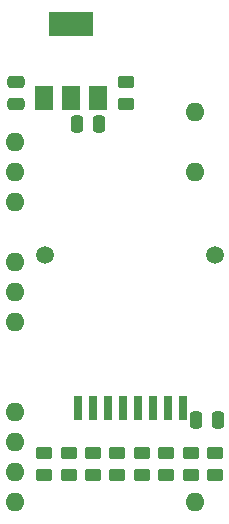
<source format=gbr>
%TF.GenerationSoftware,KiCad,Pcbnew,7.0.1*%
%TF.CreationDate,2023-03-18T17:30:27+01:00*%
%TF.ProjectId,gateway-nano-E01-ml01sp4,67617465-7761-4792-9d6e-616e6f2d4530,rev?*%
%TF.SameCoordinates,Original*%
%TF.FileFunction,Soldermask,Bot*%
%TF.FilePolarity,Negative*%
%FSLAX46Y46*%
G04 Gerber Fmt 4.6, Leading zero omitted, Abs format (unit mm)*
G04 Created by KiCad (PCBNEW 7.0.1) date 2023-03-18 17:30:27*
%MOMM*%
%LPD*%
G01*
G04 APERTURE LIST*
G04 Aperture macros list*
%AMRoundRect*
0 Rectangle with rounded corners*
0 $1 Rounding radius*
0 $2 $3 $4 $5 $6 $7 $8 $9 X,Y pos of 4 corners*
0 Add a 4 corners polygon primitive as box body*
4,1,4,$2,$3,$4,$5,$6,$7,$8,$9,$2,$3,0*
0 Add four circle primitives for the rounded corners*
1,1,$1+$1,$2,$3*
1,1,$1+$1,$4,$5*
1,1,$1+$1,$6,$7*
1,1,$1+$1,$8,$9*
0 Add four rect primitives between the rounded corners*
20,1,$1+$1,$2,$3,$4,$5,0*
20,1,$1+$1,$4,$5,$6,$7,0*
20,1,$1+$1,$6,$7,$8,$9,0*
20,1,$1+$1,$8,$9,$2,$3,0*%
G04 Aperture macros list end*
%ADD10O,1.600000X1.600000*%
%ADD11R,1.500000X2.000000*%
%ADD12R,3.800000X2.000000*%
%ADD13RoundRect,0.250000X-0.250000X-0.475000X0.250000X-0.475000X0.250000X0.475000X-0.250000X0.475000X0*%
%ADD14RoundRect,0.250000X0.450000X-0.262500X0.450000X0.262500X-0.450000X0.262500X-0.450000X-0.262500X0*%
%ADD15RoundRect,0.250000X-0.450000X0.262500X-0.450000X-0.262500X0.450000X-0.262500X0.450000X0.262500X0*%
%ADD16R,0.800000X2.000000*%
%ADD17C,1.500000*%
%ADD18RoundRect,0.250000X0.250000X0.475000X-0.250000X0.475000X-0.250000X-0.475000X0.250000X-0.475000X0*%
%ADD19RoundRect,0.250000X0.475000X-0.250000X0.475000X0.250000X-0.475000X0.250000X-0.475000X-0.250000X0*%
G04 APERTURE END LIST*
D10*
%TO.C,A1*%
X114935000Y-91440000D03*
X114935000Y-93980000D03*
X114935000Y-96520000D03*
X114935000Y-101600000D03*
X114935000Y-104140000D03*
X114935000Y-106680000D03*
X114935000Y-114300000D03*
X114935000Y-116840000D03*
X114935000Y-119380000D03*
X114935000Y-121920000D03*
X130175000Y-121920000D03*
X130175000Y-93980000D03*
X130175000Y-88900000D03*
%TD*%
D11*
%TO.C,U2*%
X121975000Y-87725000D03*
X119675000Y-87725000D03*
D12*
X119675000Y-81425000D03*
D11*
X117375000Y-87725000D03*
%TD*%
D13*
%TO.C,C1*%
X130250000Y-115000000D03*
X132150000Y-115000000D03*
%TD*%
D14*
%TO.C,R4*%
X119471428Y-119612500D03*
X119471428Y-117787500D03*
%TD*%
D15*
%TO.C,R6*%
X121542856Y-117787500D03*
X121542856Y-119612500D03*
%TD*%
%TO.C,R7*%
X125685712Y-117787500D03*
X125685712Y-119612500D03*
%TD*%
%TO.C,R8*%
X117400000Y-117787500D03*
X117400000Y-119612500D03*
%TD*%
D14*
%TO.C,R1*%
X131900000Y-119612500D03*
X131900000Y-117787500D03*
%TD*%
D16*
%TO.C,U1*%
X129145786Y-113965336D03*
X127875786Y-113965336D03*
X126605786Y-113965336D03*
X125335786Y-113965336D03*
X124065786Y-113965336D03*
X122795786Y-113965336D03*
X121525786Y-113965336D03*
X120255786Y-113965336D03*
D17*
X117446185Y-100981233D03*
X131882575Y-100973410D03*
%TD*%
D15*
%TO.C,R5*%
X129828568Y-117787500D03*
X129828568Y-119612500D03*
%TD*%
D18*
%TO.C,C3*%
X122050000Y-89950000D03*
X120150000Y-89950000D03*
%TD*%
D14*
%TO.C,R2*%
X123614284Y-119612500D03*
X123614284Y-117787500D03*
%TD*%
%TO.C,R12*%
X124325000Y-88212500D03*
X124325000Y-86387500D03*
%TD*%
%TO.C,R3*%
X127757140Y-119612500D03*
X127757140Y-117787500D03*
%TD*%
D19*
%TO.C,C2*%
X115025000Y-88225000D03*
X115025000Y-86325000D03*
%TD*%
M02*

</source>
